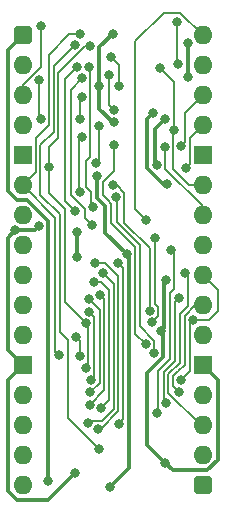
<source format=gbl>
%TF.GenerationSoftware,KiCad,Pcbnew,8.0.7*%
%TF.CreationDate,2025-01-03T11:09:11+02:00*%
%TF.ProjectId,Flags Enable Interrupt,466c6167-7320-4456-9e61-626c6520496e,V1*%
%TF.SameCoordinates,Original*%
%TF.FileFunction,Copper,L2,Bot*%
%TF.FilePolarity,Positive*%
%FSLAX46Y46*%
G04 Gerber Fmt 4.6, Leading zero omitted, Abs format (unit mm)*
G04 Created by KiCad (PCBNEW 8.0.7) date 2025-01-03 11:09:11*
%MOMM*%
%LPD*%
G01*
G04 APERTURE LIST*
G04 Aperture macros list*
%AMRoundRect*
0 Rectangle with rounded corners*
0 $1 Rounding radius*
0 $2 $3 $4 $5 $6 $7 $8 $9 X,Y pos of 4 corners*
0 Add a 4 corners polygon primitive as box body*
4,1,4,$2,$3,$4,$5,$6,$7,$8,$9,$2,$3,0*
0 Add four circle primitives for the rounded corners*
1,1,$1+$1,$2,$3*
1,1,$1+$1,$4,$5*
1,1,$1+$1,$6,$7*
1,1,$1+$1,$8,$9*
0 Add four rect primitives between the rounded corners*
20,1,$1+$1,$2,$3,$4,$5,0*
20,1,$1+$1,$4,$5,$6,$7,0*
20,1,$1+$1,$6,$7,$8,$9,0*
20,1,$1+$1,$8,$9,$2,$3,0*%
G04 Aperture macros list end*
%TA.AperFunction,ComponentPad*%
%ADD10RoundRect,0.400000X-0.400000X-0.400000X0.400000X-0.400000X0.400000X0.400000X-0.400000X0.400000X0*%
%TD*%
%TA.AperFunction,ComponentPad*%
%ADD11O,1.600000X1.600000*%
%TD*%
%TA.AperFunction,ComponentPad*%
%ADD12R,1.600000X1.600000*%
%TD*%
%TA.AperFunction,ViaPad*%
%ADD13C,0.800000*%
%TD*%
%TA.AperFunction,Conductor*%
%ADD14C,0.380000*%
%TD*%
%TA.AperFunction,Conductor*%
%ADD15C,0.200000*%
%TD*%
G04 APERTURE END LIST*
D10*
%TO.P,J1,1,Pin_1*%
%TO.N,5V*%
X0Y0D03*
D11*
%TO.P,J1,2,Pin_2*%
%TO.N,CLK*%
X0Y-2540000D03*
%TO.P,J1,3,Pin_3*%
%TO.N,Write Clear Interrupt*%
X0Y-5080000D03*
%TO.P,J1,4,Pin_4*%
%TO.N,~{Set Interrupt on CLK}*%
X0Y-7620000D03*
D12*
%TO.P,J1,5,Pin_5*%
%TO.N,GND*%
X0Y-10160000D03*
D11*
%TO.P,J1,6,Pin_6*%
%TO.N,Read Flags*%
X0Y-12700000D03*
%TO.P,J1,7,Pin_7*%
%TO.N,Write Flags*%
X0Y-15240000D03*
%TO.P,J1,8,Pin_8*%
%TO.N,D7*%
X0Y-17780000D03*
%TO.P,J1,9,Pin_9*%
%TO.N,D6*%
X0Y-20320000D03*
%TO.P,J1,10,Pin_10*%
%TO.N,D5*%
X0Y-22860000D03*
%TO.P,J1,11,Pin_11*%
%TO.N,D4*%
X0Y-25400000D03*
D12*
%TO.P,J1,12,Pin_12*%
%TO.N,GND*%
X0Y-27940000D03*
D11*
%TO.P,J1,13,Pin_13*%
%TO.N,D3*%
X0Y-30480000D03*
%TO.P,J1,14,Pin_14*%
%TO.N,D2*%
X0Y-33020000D03*
%TO.P,J1,15,Pin_15*%
%TO.N,D1*%
X0Y-35560000D03*
%TO.P,J1,16,Pin_16*%
%TO.N,D0*%
X0Y-38100000D03*
D10*
%TO.P,J1,17,Pin_17*%
%TO.N,5V*%
X15240000Y-38100000D03*
D11*
%TO.P,J1,18,Pin_18*%
%TO.N,F0*%
X15240000Y-35560000D03*
%TO.P,J1,19,Pin_19*%
%TO.N,F1*%
X15240000Y-33020000D03*
%TO.P,J1,20,Pin_20*%
%TO.N,F2*%
X15240000Y-30480000D03*
D12*
%TO.P,J1,21,Pin_21*%
%TO.N,GND*%
X15240000Y-27940000D03*
D11*
%TO.P,J1,22,Pin_22*%
%TO.N,F3*%
X15240000Y-25400000D03*
%TO.P,J1,23,Pin_23*%
%TO.N,F4*%
X15240000Y-22860000D03*
%TO.P,J1,24,Pin_24*%
%TO.N,F5*%
X15240000Y-20320000D03*
%TO.P,J1,25,Pin_25*%
%TO.N,unconnected-(J1-Pin_25-Pad25)*%
X15240000Y-17780000D03*
%TO.P,J1,26,Pin_26*%
%TO.N,~{Enable}*%
X15240000Y-15240000D03*
%TO.P,J1,27,Pin_27*%
%TO.N,Enable*%
X15240000Y-12700000D03*
D12*
%TO.P,J1,28,Pin_28*%
%TO.N,GND*%
X15240000Y-10160000D03*
D11*
%TO.P,J1,29,Pin_29*%
%TO.N,~{Interrupt}*%
X15240000Y-7620000D03*
%TO.P,J1,30,Pin_30*%
%TO.N,Interrupt*%
X15240000Y-5080000D03*
%TO.P,J1,31,Pin_31*%
%TO.N,unconnected-(J1-Pin_31-Pad31)*%
X15240000Y-2540000D03*
%TO.P,J1,32,Pin_32*%
%TO.N,~{Reset}*%
X15240000Y0D03*
%TD*%
D13*
%TO.N,GND*%
X7618971Y157000D03*
X4445000Y-37084000D03*
X12130000Y-20744991D03*
X7747000Y-7366000D03*
X1383975Y-16142025D03*
X11683994Y-25009573D03*
X11346000Y-10931714D03*
X4604503Y-16649000D03*
X-635000Y-16510000D03*
X6477000Y-4302996D03*
X12065000Y-7112000D03*
X4619021Y-18724373D03*
X12064997Y-36194995D03*
%TO.N,5V*%
X2186996Y-37746996D03*
%TO.N,/3.3V*%
X13988028Y-3556001D03*
X7366000Y-38227006D03*
X6306767Y-11899538D03*
X11049000Y-6603998D03*
X12192000Y-12573000D03*
X8806000Y-18499000D03*
X13967000Y-635000D03*
%TO.N,/Interrupt Enable*%
X7476257Y-1853257D03*
X8128000Y-4302994D03*
%TO.N,Enable*%
X11135500Y-26884656D03*
X11604496Y-2753846D03*
X12816697Y-8019871D03*
X7899245Y-13660223D03*
%TO.N,~{Enable}*%
X12039988Y-9478000D03*
%TO.N,~{Interrupt}*%
X6223000Y-10795000D03*
X6439588Y-7704163D03*
X13843252Y-11186000D03*
%TO.N,Interrupt*%
X7747000Y-9303029D03*
X10414000Y-26162000D03*
X13439988Y-9360030D03*
%TO.N,CLK*%
X1521878Y-7112000D03*
X1397000Y-3810000D03*
%TO.N,Write Clear Interrupt*%
X1524000Y761994D03*
%TO.N,Read Flags*%
X4825997Y126994D03*
X3048000Y-27051000D03*
%TO.N,F5*%
X14440012Y-24130000D03*
X13440000Y-29137003D03*
%TO.N,F2*%
X11349237Y-31973054D03*
X12573000Y-18161000D03*
%TO.N,D7*%
X4538159Y-25562187D03*
X4831857Y-27142187D03*
%TO.N,D4*%
X5582282Y-22325610D03*
X5715000Y-30225988D03*
%TO.N,D1*%
X6797035Y-20145789D03*
X5524343Y-32773822D03*
%TO.N,F1*%
X13743335Y-20070928D03*
%TO.N,D2*%
X6003902Y-20833863D03*
X6671166Y-31540463D03*
%TO.N,D3*%
X6558413Y-21938733D03*
X5678141Y-31275360D03*
%TO.N,F4*%
X13261564Y-30179567D03*
%TO.N,F3*%
X12145299Y-31115000D03*
X13207977Y-22225004D03*
%TO.N,F0*%
X8128000Y-32893000D03*
X8118000Y-19287780D03*
%TO.N,/~{Read Flags}*%
X6454062Y-35030350D03*
X4446734Y-798298D03*
%TO.N,/~{Set Enable}*%
X4824500Y-13271500D03*
X5026033Y-8603029D03*
%TO.N,D5*%
X5623831Y-23374790D03*
X5791519Y-29159519D03*
%TO.N,D6*%
X5334000Y-28194000D03*
X5334000Y-24384000D03*
X5687000Y-923184D03*
X2200000Y-11128271D03*
%TO.N,D0*%
X6389031Y-33306789D03*
X6096000Y-19304000D03*
%TO.N,/~{Set Disable}*%
X7747000Y-6318006D03*
X7351312Y-3363541D03*
%TO.N,/~{Enable Bit}*%
X4468710Y-14895611D03*
X4572000Y-2667000D03*
%TO.N,/~{Write Clear Interrupt}*%
X13081006Y1143000D03*
X13127000Y-2413000D03*
%TO.N,Write Flags*%
X10952266Y-24281572D03*
X11238850Y-17183379D03*
%TO.N,/~{Clear Interrupt}*%
X5033790Y-5188621D03*
X4825992Y-7030781D03*
%TO.N,/Set Disable*%
X5033790Y-3608621D03*
X5842000Y-16069000D03*
%TO.N,/~{Interrupt Enable}*%
X5657543Y-2682020D03*
X5951537Y-14512659D03*
%TO.N,/F_{Interrupt Enable}*%
X10752377Y-23301751D03*
X7620000Y-12700000D03*
%TO.N,~{Reset}*%
X10413994Y-15621000D03*
%TD*%
D14*
%TO.N,GND*%
X4619021Y-16663518D02*
X4604503Y-16649000D01*
X15652915Y-36830000D02*
X12700002Y-36830000D01*
X11683994Y-25009573D02*
X11925500Y-25251079D01*
X-1270000Y-26670000D02*
X0Y-27940000D01*
X11250000Y-10835714D02*
X11346000Y-10931714D01*
X-1270000Y-29210000D02*
X-1270000Y-38608000D01*
X11950680Y-20924311D02*
X11950680Y-24742887D01*
X-1270000Y-38608000D02*
X-508000Y-39370000D01*
X12065000Y-7112000D02*
X11250000Y-7927000D01*
X-635000Y-16510000D02*
X-1270000Y-17145000D01*
X11925500Y-27211885D02*
X10541000Y-28596385D01*
X1016000Y-16510000D02*
X1383975Y-16142025D01*
X11250000Y-7927000D02*
X11250000Y-10835714D01*
X16510000Y-35972915D02*
X15652915Y-36830000D01*
X7618971Y157000D02*
X6477000Y-984971D01*
X0Y-27940000D02*
X-1270000Y-29210000D01*
X15240000Y-27940000D02*
X16510000Y-29210000D01*
X4619021Y-18724373D02*
X4619021Y-16663518D01*
X12700002Y-36830000D02*
X12064997Y-36194995D01*
X-508000Y-39370000D02*
X2159000Y-39370000D01*
X11950680Y-24742887D02*
X11683994Y-25009573D01*
X11925500Y-25251079D02*
X11925500Y-27211885D01*
X10541000Y-34670998D02*
X12064997Y-36194995D01*
X7620000Y-7366000D02*
X6477000Y-6223000D01*
X2159000Y-39370000D02*
X4445000Y-37084000D01*
X6477000Y-984971D02*
X6477000Y-4302996D01*
X10541000Y-28596385D02*
X10541000Y-34670998D01*
X16510000Y-29210000D02*
X16510000Y-35972915D01*
X7747000Y-7366000D02*
X7620000Y-7366000D01*
X-635000Y-16510000D02*
X1016000Y-16510000D01*
X12130000Y-20744991D02*
X11950680Y-20924311D01*
X-1270000Y-17145000D02*
X-1270000Y-26670000D01*
X6477000Y-6223000D02*
X6477000Y-4302996D01*
%TO.N,5V*%
X412915Y-13970000D02*
X2186996Y-15744081D01*
X-1270000Y-13208000D02*
X-508000Y-13970000D01*
X0Y0D02*
X-1270000Y-1270000D01*
X-1270000Y-1270000D02*
X-1270000Y-13208000D01*
X2186996Y-15744081D02*
X2186996Y-37746996D01*
X-508000Y-13970000D02*
X412915Y-13970000D01*
%TO.N,/3.3V*%
X6303001Y-11903304D02*
X6306767Y-11899538D01*
X8992793Y-18685793D02*
X8806000Y-18499000D01*
X13988028Y-3556001D02*
X13967000Y-3534973D01*
X6303001Y-13746893D02*
X6303001Y-11903304D01*
X8806000Y-18499000D02*
X7013000Y-16706000D01*
X8992793Y-19469608D02*
X8992793Y-18685793D01*
X10540992Y-7112006D02*
X10540992Y-11243935D01*
X10540992Y-11243935D02*
X11870057Y-12573000D01*
X7013000Y-16706000D02*
X7013000Y-14456892D01*
X9003194Y-19480009D02*
X8992793Y-19469608D01*
X13967000Y-3534973D02*
X13967000Y-635000D01*
X7366000Y-38227006D02*
X9003194Y-36589812D01*
X11049000Y-6603998D02*
X10540992Y-7112006D01*
X11870057Y-12573000D02*
X12192000Y-12573000D01*
X9003194Y-36589812D02*
X9003194Y-19480009D01*
X7013000Y-14456892D02*
X6303001Y-13746893D01*
D15*
%TO.N,/Interrupt Enable*%
X8128000Y-2505000D02*
X7476257Y-1853257D01*
X8128000Y-4302994D02*
X8128000Y-2505000D01*
%TO.N,Enable*%
X12816697Y-3966047D02*
X12816697Y-8019871D01*
X11135500Y-25867500D02*
X11135500Y-26884656D01*
X7966500Y-15771186D02*
X9906000Y-17710687D01*
X9906000Y-17710687D02*
X9906000Y-24638000D01*
X14108630Y-12700000D02*
X12740000Y-11331370D01*
X9906000Y-24638000D02*
X11135500Y-25867500D01*
X12740000Y-8096568D02*
X12816697Y-8019871D01*
X11604496Y-2753846D02*
X12816697Y-3966047D01*
X15240000Y-12700000D02*
X14108630Y-12700000D01*
X12740000Y-11331370D02*
X12740000Y-8096568D01*
X7966500Y-13727478D02*
X7966500Y-15771186D01*
X7899245Y-13660223D02*
X7966500Y-13727478D01*
%TO.N,~{Enable}*%
X12046000Y-9484012D02*
X12039988Y-9478000D01*
X15240000Y-14478000D02*
X12046000Y-11284000D01*
X15240000Y-15240000D02*
X15240000Y-14478000D01*
X12046000Y-11284000D02*
X12046000Y-9484012D01*
%TO.N,~{Interrupt}*%
X14140000Y-10889252D02*
X13843252Y-11186000D01*
X6439588Y-10578412D02*
X6223000Y-10795000D01*
X6439588Y-7704163D02*
X6439588Y-10578412D01*
X15240000Y-7620000D02*
X14140000Y-8720000D01*
X14140000Y-8720000D02*
X14140000Y-10889252D01*
%TO.N,Interrupt*%
X7187259Y-13906831D02*
X7187259Y-13938187D01*
X7747000Y-9303029D02*
X7747000Y-11449255D01*
X7503002Y-14253930D02*
X7503002Y-15873374D01*
X15240000Y-5080000D02*
X13740000Y-6580000D01*
X6793001Y-13512573D02*
X7187259Y-13906831D01*
X13740000Y-6580000D02*
X13740000Y-9060018D01*
X7503002Y-15873374D02*
X9506000Y-17876372D01*
X13740000Y-9060018D02*
X13439988Y-9360030D01*
X9506000Y-17876372D02*
X9506000Y-25254000D01*
X6793001Y-12403254D02*
X6793001Y-13512573D01*
X7187259Y-13938187D02*
X7503002Y-14253930D01*
X9506000Y-25254000D02*
X10414000Y-26162000D01*
X7747000Y-11449255D02*
X6793001Y-12403254D01*
%TO.N,CLK*%
X1521878Y-7112000D02*
X1396995Y-6987117D01*
X1396995Y-3810005D02*
X1397000Y-3810000D01*
X1396995Y-6987117D02*
X1396995Y-3810005D01*
%TO.N,Write Clear Interrupt*%
X1524000Y-2693050D02*
X1524000Y761994D01*
X0Y-4217050D02*
X1524000Y-2693050D01*
X0Y-5080000D02*
X0Y-4217050D01*
%TO.N,Read Flags*%
X3963044Y126994D02*
X4825997Y126994D01*
X2756000Y-15456000D02*
X2756000Y-26759000D01*
X2221878Y-1614172D02*
X3963044Y126994D01*
X2756000Y-26759000D02*
X3048000Y-27051000D01*
X2221878Y-7557122D02*
X2221878Y-1614172D01*
X1100000Y-8679000D02*
X2221878Y-7557122D01*
X1100000Y-11600000D02*
X1100000Y-8679000D01*
X0Y-12700000D02*
X2756000Y-15456000D01*
X0Y-12700000D02*
X1100000Y-11600000D01*
%TO.N,F5*%
X14140000Y-24430012D02*
X14140000Y-28437003D01*
X16510000Y-21590000D02*
X16510000Y-23368000D01*
X15240000Y-20320000D02*
X16510000Y-21590000D01*
X14440012Y-24130000D02*
X14140000Y-24430012D01*
X15748000Y-24130000D02*
X14440012Y-24130000D01*
X16510000Y-23368000D02*
X15748000Y-24130000D01*
X14140000Y-28437003D02*
X13440000Y-29137003D01*
%TO.N,F2*%
X12573000Y-18161000D02*
X12830000Y-18418000D01*
X12830000Y-21486050D02*
X12488885Y-21827165D01*
X11445289Y-28432711D02*
X11445289Y-31877002D01*
X11445289Y-31877002D02*
X11349237Y-31973054D01*
X12830000Y-18418000D02*
X12830000Y-21486050D01*
X12488885Y-21827165D02*
X12488885Y-27389115D01*
X12488885Y-27389115D02*
X11445289Y-28432711D01*
%TO.N,D7*%
X4831857Y-25855885D02*
X4831857Y-27142187D01*
X4538159Y-25562187D02*
X4831857Y-25855885D01*
%TO.N,D4*%
X5715000Y-30225988D02*
X6513195Y-29427793D01*
X6513195Y-29427793D02*
X6513195Y-23256523D01*
X6513195Y-23256523D02*
X5582282Y-22325610D01*
%TO.N,D1*%
X6744107Y-32601204D02*
X7713194Y-31632117D01*
X5696961Y-32601204D02*
X6744107Y-32601204D01*
X5524343Y-32773822D02*
X5696961Y-32601204D01*
X7713194Y-21061948D02*
X6797035Y-20145789D01*
X7713194Y-31632117D02*
X7713194Y-21061948D01*
%TO.N,F1*%
X12340000Y-30247954D02*
X12340000Y-28681368D01*
X13316000Y-27705369D02*
X13316000Y-23583315D01*
X13316000Y-23583315D02*
X14035000Y-22864315D01*
X12340000Y-28681368D02*
X13316000Y-27705369D01*
X15016392Y-32924346D02*
X12340000Y-30247954D01*
X14035000Y-20362593D02*
X13743335Y-20070928D01*
X14035000Y-22864315D02*
X14035000Y-20362593D01*
%TO.N,D2*%
X7313194Y-21527336D02*
X6619721Y-20833863D01*
X6671166Y-31540463D02*
X7313194Y-30898435D01*
X7313194Y-30898435D02*
X7313194Y-21527336D01*
X6619721Y-20833863D02*
X6003902Y-20833863D01*
%TO.N,D3*%
X6913195Y-30040306D02*
X6913195Y-22293515D01*
X5678141Y-31275360D02*
X6913195Y-30040306D01*
X6913195Y-22293515D02*
X6558413Y-21938733D01*
%TO.N,F4*%
X12740000Y-28847053D02*
X12740000Y-29658003D01*
X13716000Y-23749000D02*
X13716000Y-27889015D01*
X13716000Y-27889015D02*
X13168012Y-28437003D01*
X12740000Y-29658003D02*
X13261564Y-30179567D01*
X13150050Y-28437003D02*
X12740000Y-28847053D01*
X13168012Y-28437003D02*
X13150050Y-28437003D01*
X14605000Y-22860000D02*
X13716000Y-23749000D01*
%TO.N,F3*%
X12916000Y-27539683D02*
X11940000Y-28515683D01*
X11940000Y-28515683D02*
X11940000Y-30909701D01*
X11940000Y-30909701D02*
X12145299Y-31115000D01*
X12916000Y-22516981D02*
X12916000Y-27539683D01*
X13207977Y-22225004D02*
X12916000Y-22516981D01*
%TO.N,F0*%
X8128000Y-32893000D02*
X8513194Y-32507806D01*
X8513194Y-19682974D02*
X8118000Y-19287780D01*
X8513194Y-32507806D02*
X8513194Y-19682974D01*
%TO.N,/~{Read Flags}*%
X3838159Y-32414447D02*
X6454062Y-35030350D01*
X3156000Y-25112832D02*
X3838159Y-25794991D01*
X3838159Y-25794991D02*
X3838159Y-32414447D01*
X1500000Y-9266157D02*
X1500000Y-13478389D01*
X2621878Y-2623154D02*
X2621878Y-8144279D01*
X2621878Y-8144279D02*
X1500000Y-9266157D01*
X3156000Y-15134389D02*
X3156000Y-25112832D01*
X1500000Y-13478389D02*
X3156000Y-15134389D01*
X4446734Y-798298D02*
X2621878Y-2623154D01*
%TO.N,/~{Set Enable}*%
X4761000Y-8868062D02*
X5026033Y-8603029D01*
X4761000Y-13208000D02*
X4761000Y-8868062D01*
X4824500Y-13271500D02*
X4761000Y-13208000D01*
%TO.N,D5*%
X5791519Y-29159519D02*
X6077000Y-28874038D01*
X6077000Y-28874038D02*
X6077000Y-23827959D01*
X6077000Y-23827959D02*
X5623831Y-23374790D01*
%TO.N,D6*%
X5334000Y-28194000D02*
X5531857Y-27996143D01*
X2200000Y-11128271D02*
X2200000Y-13376000D01*
X3021876Y-8662124D02*
X3021876Y-3212533D01*
X3556000Y-22606000D02*
X5334000Y-24384000D01*
X2200000Y-11128271D02*
X2200000Y-9484000D01*
X3021876Y-3212533D02*
X5311225Y-923184D01*
X2200000Y-9484000D02*
X3021876Y-8662124D01*
X5531857Y-27996143D02*
X5531857Y-24581857D01*
X5311225Y-923184D02*
X5687000Y-923184D01*
X2200000Y-13376000D02*
X3556000Y-14732000D01*
X5531857Y-24581857D02*
X5334000Y-24384000D01*
X3556000Y-14732000D02*
X3556000Y-22606000D01*
%TO.N,D0*%
X7015907Y-19304000D02*
X8113194Y-20401287D01*
X8113194Y-20401287D02*
X8113194Y-31797803D01*
X6096000Y-19304000D02*
X7015907Y-19304000D01*
X6604208Y-33306789D02*
X6389031Y-33306789D01*
X8113194Y-31797803D02*
X6604208Y-33306789D01*
%TO.N,/~{Set Disable}*%
X7351312Y-5922318D02*
X7351312Y-3363541D01*
X7747000Y-6318006D02*
X7351312Y-5922318D01*
%TO.N,/~{Enable Bit}*%
X3575000Y-3664000D02*
X4572000Y-2667000D01*
X3575000Y-14001901D02*
X3575000Y-3664000D01*
X4468710Y-14895611D02*
X3575000Y-14001901D01*
%TO.N,/~{Write Clear Interrupt}*%
X13127000Y-2413000D02*
X13081006Y-2367006D01*
X13081006Y-2367006D02*
X13081006Y1143000D01*
%TO.N,Write Flags*%
X11460680Y-22980559D02*
X11460680Y-23773158D01*
X11460680Y-23773158D02*
X10952266Y-24281572D01*
X11238850Y-17183379D02*
X11238850Y-22758729D01*
X11238850Y-22758729D02*
X11460680Y-22980559D01*
%TO.N,/~{Clear Interrupt}*%
X4825992Y-5396419D02*
X5033790Y-5188621D01*
X4825992Y-7030781D02*
X4825992Y-5396419D01*
%TO.N,/Set Disable*%
X4061000Y-13497950D02*
X5267215Y-14704165D01*
X5267215Y-14704165D02*
X5267215Y-15494215D01*
X5267215Y-15494215D02*
X5842000Y-16069000D01*
X5033790Y-3608621D02*
X4061000Y-4581411D01*
X4061000Y-4581411D02*
X4061000Y-13497950D01*
%TO.N,/~{Interrupt Enable}*%
X5396000Y-12853050D02*
X5812999Y-13270049D01*
X5733790Y-10294260D02*
X5396000Y-10632050D01*
X5733790Y-2758267D02*
X5733790Y-10294260D01*
X5812999Y-14374121D02*
X5951537Y-14512659D01*
X5657543Y-2682020D02*
X5733790Y-2758267D01*
X5396000Y-10632050D02*
X5396000Y-12853050D01*
X5812999Y-13270049D02*
X5812999Y-14374121D01*
%TO.N,/F_{Interrupt Enable}*%
X7620000Y-12700000D02*
X7960329Y-12700000D01*
X8599245Y-13338916D02*
X8599245Y-15838245D01*
X10752377Y-17991377D02*
X10752377Y-23301751D01*
X8599245Y-15838245D02*
X10752377Y-17991377D01*
X7960329Y-12700000D02*
X8599245Y-13338916D01*
%TO.N,~{Reset}*%
X11938000Y1905000D02*
X9525000Y-508000D01*
X13335000Y1905000D02*
X11938000Y1905000D01*
X9525000Y-508000D02*
X9525000Y-14732006D01*
X9525000Y-14732006D02*
X10413994Y-15621000D01*
X15240000Y0D02*
X13335000Y1905000D01*
%TD*%
M02*

</source>
